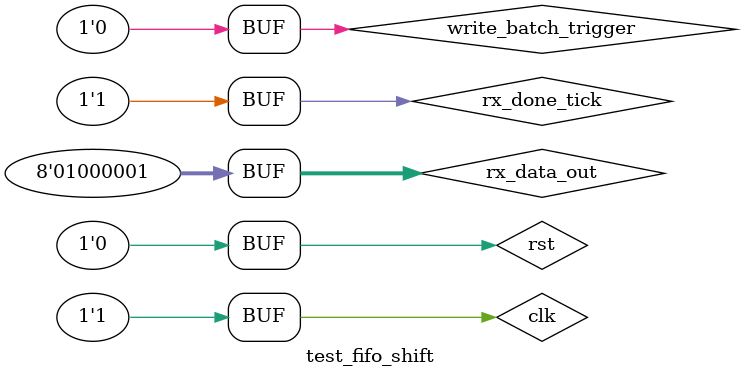
<source format=v>
`timescale 1ns / 1ps


module test_fifo_shift();
    // Simulation Inputs
    reg clk;
    reg rst;
    
    // Simulation Outputs
    reg rx_done_tick = 0;
    reg [7:0] rx_data_out = 8'h41; //8'b11000011;
    wire[9*8-1:0] rx_out;
    wire [7:0] read_data_out_last;
    
    
    reg write_batch_trigger = 0;
    // Instantiation of the module to be simulated
    fifo_shift #(
         .DATA_SIZE(8),
         .ADDR_SPACE(9)
      )
    dut(
      .clk(clk), 
      .reset(rst),      
      .write_to_fifo(rx_done_tick),
      .write_data_in(rx_data_out),
      .write_batch_to_fifo(write_batch_trigger),
      .write_batch_data_in(72'h41424344),
      .read_all_data_out(rx_out),
      .read_data_out_last(read_data_out_last)
    );
    
    // Stimuli
    initial begin
	   clk = 0; rst = 1; 
	   #10 clk = 0; #10 clk = 1;
	   #10 clk = 0; #10 clk = 1;
	   rst = 0;
	   
	   write_batch_trigger = 1;
       #10 clk = 0; #10 clk = 1;
       #10 clk = 0; #10 clk = 1;
       write_batch_trigger = 0;
	                    
	   #10 clk = 0; #10 clk = 1;
	                    
	   rx_done_tick = 1;
	   #10 clk = 0; #10 clk = 1;
       #10 clk = 0; #10 clk = 1;
       #10 clk = 0; #10 clk = 1;
       #10 clk = 0; #10 clk = 1;
       #10 clk = 0; #10 clk = 1;
       #10 clk = 0; #10 clk = 1;
       #10 clk = 0; #10 clk = 1;
       #10 clk = 0; #10 clk = 1;
       #10 clk = 0; #10 clk = 1;
	   
	   rst = 0; 
	   #10 clk = 0; #10 clk = 1;
	   #10 clk = 0; #10 clk = 1;
	   #10 clk = 0; #10 clk = 1;
	   #10 clk = 0; #10 clk = 1; 
       #10 clk = 0; #10 clk = 1;
       #10 clk = 0; #10 clk = 1;
       #10 clk = 0; #10 clk = 1;
       #10 clk = 0; #10 clk = 1; 
       #10 clk = 0; #10 clk = 1;
       #10 clk = 0; #10 clk = 1;
       #10 clk = 0; #10 clk = 1;
       #10 clk = 0; #10 clk = 1; 
    end
endmodule

</source>
